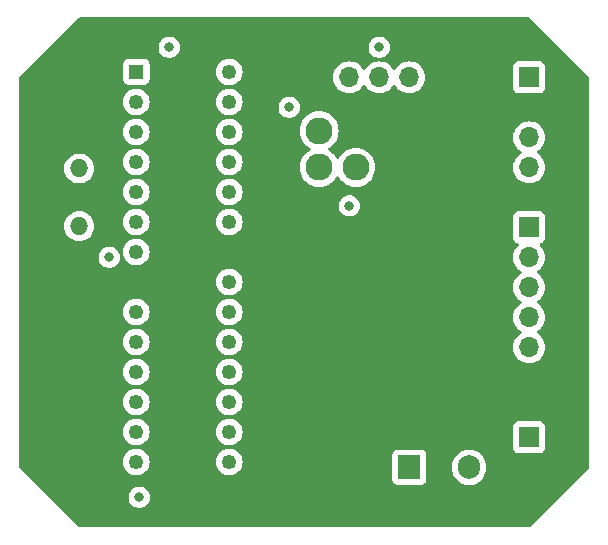
<source format=gbr>
%TF.GenerationSoftware,KiCad,Pcbnew,7.0.10*%
%TF.CreationDate,2024-04-21T18:35:40+05:30*%
%TF.ProjectId,ESDP_Final,45534450-5f46-4696-9e61-6c2e6b696361,rev?*%
%TF.SameCoordinates,Original*%
%TF.FileFunction,Copper,L2,Inr*%
%TF.FilePolarity,Positive*%
%FSLAX46Y46*%
G04 Gerber Fmt 4.6, Leading zero omitted, Abs format (unit mm)*
G04 Created by KiCad (PCBNEW 7.0.10) date 2024-04-21 18:35:40*
%MOMM*%
%LPD*%
G01*
G04 APERTURE LIST*
%TA.AperFunction,ComponentPad*%
%ADD10O,1.524000X1.524000*%
%TD*%
%TA.AperFunction,ComponentPad*%
%ADD11R,1.700000X1.700000*%
%TD*%
%TA.AperFunction,ComponentPad*%
%ADD12O,1.700000X1.700000*%
%TD*%
%TA.AperFunction,ComponentPad*%
%ADD13R,1.250000X1.250000*%
%TD*%
%TA.AperFunction,ComponentPad*%
%ADD14C,1.250000*%
%TD*%
%TA.AperFunction,ComponentPad*%
%ADD15R,1.905000X2.000000*%
%TD*%
%TA.AperFunction,ComponentPad*%
%ADD16O,1.905000X2.000000*%
%TD*%
%TA.AperFunction,ComponentPad*%
%ADD17C,2.286000*%
%TD*%
%TA.AperFunction,ViaPad*%
%ADD18C,0.800000*%
%TD*%
G04 APERTURE END LIST*
D10*
%TO.N,Net-(U3-PB6(PCINT6{slash}XTAL1{slash}TOSC1))*%
%TO.C,16MHZ_C1*%
X139700000Y-73760000D03*
%TO.N,Net-(U3-PB7(PCINT7{slash}XTAL2{slash}TOSC2))*%
X139700000Y-78640000D03*
%TD*%
D11*
%TO.N,/PWR*%
%TO.C,J1*%
X177800000Y-96520000D03*
D12*
%TO.N,/GND*%
X177800000Y-99060000D03*
%TD*%
D13*
%TO.N,Net-(U3-PC6(PCINT14{slash}~{RESET}))*%
%TO.C,U3*%
X144526000Y-65575000D03*
D14*
%TO.N,Net-(OLED1-SCK)*%
X144526000Y-68115000D03*
%TO.N,Net-(OLED1-SDA)*%
X144526000Y-70655000D03*
%TO.N,unconnected-(U3-PD2(PCINT18{slash}INT0)-Pad4)*%
X144526000Y-73195000D03*
%TO.N,unconnected-(U3-PD3(PCINT19{slash}OC2B{slash}INT1)-Pad5)*%
X144526000Y-75735000D03*
%TO.N,unconnected-(U3-PD4(PCINT20{slash}XCK{slash}T0)-Pad6)*%
X144526000Y-78275000D03*
%TO.N,/5V_PWR*%
X144526000Y-80815000D03*
%TO.N,/GND*%
X144526000Y-83355000D03*
%TO.N,Net-(U3-PB6(PCINT6{slash}XTAL1{slash}TOSC1))*%
X144526000Y-85895000D03*
%TO.N,Net-(U3-PB7(PCINT7{slash}XTAL2{slash}TOSC2))*%
X144526000Y-88435000D03*
%TO.N,unconnected-(U3-PD5(PCINT21{slash}OC0B{slash}T1)-Pad11)*%
X144526000Y-90975000D03*
%TO.N,unconnected-(U3-PD6(PCINT22{slash}OC0A{slash}AIN0)-Pad12)*%
X144526000Y-93515000D03*
%TO.N,unconnected-(U3-PD7(PCINT23{slash}AIN1)-Pad13)*%
X144526000Y-96055000D03*
%TO.N,unconnected-(U3-PB0(PCINT0{slash}CLKO{slash}ICP1)-Pad14)*%
X144526000Y-98595000D03*
%TO.N,Net-(U3-PB1(OC1A{slash}PCINT1))*%
X152400000Y-98595000D03*
%TO.N,unconnected-(U3-PB2(~{SS}{slash}OC1B{slash}PCINT2)-Pad16)*%
X152400000Y-96055000D03*
%TO.N,unconnected-(U3-PB3(MOSI{slash}OC2A{slash}PCINT3)-Pad17)*%
X152400000Y-93515000D03*
%TO.N,unconnected-(U3-PB4(MISO{slash}PCINT4)-Pad18)*%
X152400000Y-90975000D03*
%TO.N,unconnected-(U3-PB5(SCK{slash}PCINT5)-Pad19)*%
X152400000Y-88435000D03*
%TO.N,/5V_PWR*%
X152400000Y-85895000D03*
X152400000Y-83355000D03*
%TO.N,/GND*%
X152400000Y-80815000D03*
%TO.N,/Temp_Out*%
X152400000Y-78275000D03*
%TO.N,/Humidity_Out*%
X152400000Y-75735000D03*
%TO.N,/Co2_Out*%
X152400000Y-73195000D03*
%TO.N,/AirPoll_Out*%
X152400000Y-70655000D03*
%TO.N,Net-(TCOO500-SDA)*%
X152400000Y-68115000D03*
%TO.N,Net-(TCOO500-SCL)*%
X152400000Y-65575000D03*
%TD*%
D11*
%TO.N,/GND*%
%TO.C,OLED1*%
X160020000Y-66040000D03*
D12*
%TO.N,/5V_PWR*%
X162560000Y-66040000D03*
%TO.N,Net-(OLED1-SCK)*%
X165100000Y-66040000D03*
%TO.N,Net-(OLED1-SDA)*%
X167640000Y-66040000D03*
%TD*%
D15*
%TO.N,/PWR*%
%TO.C,L7805*%
X167640000Y-99060000D03*
D16*
%TO.N,/GND*%
X170180000Y-99060000D03*
%TO.N,/5V_PWR*%
X172720000Y-99060000D03*
%TD*%
D11*
%TO.N,unconnected-(TCOO500-32K-Pad1)*%
%TO.C,TCOO500*%
X177800000Y-78740000D03*
D12*
%TO.N,unconnected-(TCOO500-SQW-Pad2)*%
X177800000Y-81280000D03*
%TO.N,Net-(TCOO500-SCL)*%
X177800000Y-83820000D03*
%TO.N,Net-(TCOO500-SDA)*%
X177800000Y-86360000D03*
%TO.N,/5V_PWR*%
X177800000Y-88900000D03*
%TO.N,/GND*%
X177800000Y-91440000D03*
%TD*%
D11*
%TO.N,/5V_PWR*%
%TO.C,MQ135*%
X177800000Y-66040000D03*
D12*
%TO.N,/GND*%
X177800000Y-68580000D03*
%TO.N,unconnected-(MQ135-D0-Pad3)*%
X177800000Y-71120000D03*
%TO.N,/AirPoll_Out*%
X177800000Y-73660000D03*
%TD*%
D17*
%TO.N,/5V_PWR*%
%TO.C,MG812*%
X160020000Y-70560000D03*
%TO.N,/GND*%
X163120000Y-70560000D03*
%TO.N,/5V_PWR*%
X163120000Y-73660000D03*
%TO.N,/Co2_Out*%
X160020000Y-73660000D03*
%TD*%
D18*
%TO.N,Net-(U3-PB6(PCINT6{slash}XTAL1{slash}TOSC1))*%
X142240000Y-81280000D03*
%TO.N,/5V_PWR*%
X162560000Y-76925000D03*
X144780000Y-101600000D03*
%TO.N,Net-(OLED1-SDA)*%
X147320000Y-63500000D03*
X165100000Y-63500000D03*
%TO.N,/AirPoll_Out*%
X157480000Y-68580000D03*
%TO.N,/GND*%
X142240000Y-91440000D03*
X154940000Y-76200000D03*
X142240000Y-86360000D03*
%TD*%
%TA.AperFunction,Conductor*%
%TO.N,/GND*%
G36*
X177815469Y-60980185D02*
G01*
X177836111Y-60996819D01*
X182843181Y-66003888D01*
X182876666Y-66065211D01*
X182879500Y-66091569D01*
X182879500Y-99008430D01*
X182859815Y-99075469D01*
X182843181Y-99096111D01*
X177836111Y-104103181D01*
X177774788Y-104136666D01*
X177748430Y-104139500D01*
X139751569Y-104139500D01*
X139684530Y-104119815D01*
X139663888Y-104103181D01*
X137160707Y-101600000D01*
X143874540Y-101600000D01*
X143894326Y-101788256D01*
X143894327Y-101788259D01*
X143952818Y-101968277D01*
X143952821Y-101968284D01*
X144047467Y-102132216D01*
X144174129Y-102272888D01*
X144327265Y-102384148D01*
X144327270Y-102384151D01*
X144500192Y-102461142D01*
X144500197Y-102461144D01*
X144685354Y-102500500D01*
X144685355Y-102500500D01*
X144874644Y-102500500D01*
X144874646Y-102500500D01*
X145059803Y-102461144D01*
X145232730Y-102384151D01*
X145385871Y-102272888D01*
X145512533Y-102132216D01*
X145607179Y-101968284D01*
X145665674Y-101788256D01*
X145685460Y-101600000D01*
X145665674Y-101411744D01*
X145607179Y-101231716D01*
X145512533Y-101067784D01*
X145385871Y-100927112D01*
X145385870Y-100927111D01*
X145232734Y-100815851D01*
X145232729Y-100815848D01*
X145059807Y-100738857D01*
X145059802Y-100738855D01*
X144914001Y-100707865D01*
X144874646Y-100699500D01*
X144685354Y-100699500D01*
X144652897Y-100706398D01*
X144500197Y-100738855D01*
X144500192Y-100738857D01*
X144327270Y-100815848D01*
X144327265Y-100815851D01*
X144174129Y-100927111D01*
X144047466Y-101067785D01*
X143952821Y-101231715D01*
X143952818Y-101231722D01*
X143894327Y-101411740D01*
X143894326Y-101411744D01*
X143874540Y-101600000D01*
X137160707Y-101600000D01*
X135668578Y-100107870D01*
X166187000Y-100107870D01*
X166187001Y-100107876D01*
X166193408Y-100167483D01*
X166243702Y-100302328D01*
X166243706Y-100302335D01*
X166329952Y-100417544D01*
X166329955Y-100417547D01*
X166445164Y-100503793D01*
X166445171Y-100503797D01*
X166580017Y-100554091D01*
X166580016Y-100554091D01*
X166586944Y-100554835D01*
X166639627Y-100560500D01*
X168640372Y-100560499D01*
X168699983Y-100554091D01*
X168834831Y-100503796D01*
X168950046Y-100417546D01*
X169036296Y-100302331D01*
X169086591Y-100167483D01*
X169093000Y-100107873D01*
X169093000Y-99167610D01*
X171267000Y-99167610D01*
X171281904Y-99347472D01*
X171341017Y-99580905D01*
X171385436Y-99682171D01*
X171437745Y-99801422D01*
X171569449Y-100003010D01*
X171732537Y-100180171D01*
X171922561Y-100328072D01*
X172134336Y-100442679D01*
X172252598Y-100483278D01*
X172362083Y-100520865D01*
X172362085Y-100520865D01*
X172362087Y-100520866D01*
X172599601Y-100560500D01*
X172599602Y-100560500D01*
X172840398Y-100560500D01*
X172840399Y-100560500D01*
X173077913Y-100520866D01*
X173305664Y-100442679D01*
X173517439Y-100328072D01*
X173707463Y-100180171D01*
X173870551Y-100003010D01*
X174002255Y-99801422D01*
X174098983Y-99580905D01*
X174158095Y-99347476D01*
X174173000Y-99167600D01*
X174173000Y-98952400D01*
X174158095Y-98772524D01*
X174098983Y-98539095D01*
X174002255Y-98318578D01*
X173870551Y-98116990D01*
X173707463Y-97939829D01*
X173550505Y-97817664D01*
X173517441Y-97791929D01*
X173305665Y-97677321D01*
X173305656Y-97677318D01*
X173077916Y-97599134D01*
X172878800Y-97565908D01*
X172840399Y-97559500D01*
X172599601Y-97559500D01*
X172561200Y-97565908D01*
X172362083Y-97599134D01*
X172134343Y-97677318D01*
X172134334Y-97677321D01*
X171922558Y-97791929D01*
X171821611Y-97870500D01*
X171732537Y-97939829D01*
X171732534Y-97939831D01*
X171732534Y-97939832D01*
X171569449Y-98116990D01*
X171437743Y-98318581D01*
X171341017Y-98539094D01*
X171281904Y-98772527D01*
X171267000Y-98952389D01*
X171267000Y-99167610D01*
X169093000Y-99167610D01*
X169092999Y-98012128D01*
X169086591Y-97952517D01*
X169081858Y-97939828D01*
X169036297Y-97817671D01*
X169036293Y-97817664D01*
X168950047Y-97702455D01*
X168950044Y-97702452D01*
X168834835Y-97616206D01*
X168834828Y-97616202D01*
X168699982Y-97565908D01*
X168699983Y-97565908D01*
X168640383Y-97559501D01*
X168640381Y-97559500D01*
X168640373Y-97559500D01*
X168640364Y-97559500D01*
X166639629Y-97559500D01*
X166639623Y-97559501D01*
X166580016Y-97565908D01*
X166445171Y-97616202D01*
X166445164Y-97616206D01*
X166329955Y-97702452D01*
X166329952Y-97702455D01*
X166243706Y-97817664D01*
X166243702Y-97817671D01*
X166193408Y-97952517D01*
X166188308Y-97999961D01*
X166187001Y-98012123D01*
X166187000Y-98012135D01*
X166187000Y-100107870D01*
X135668578Y-100107870D01*
X134656819Y-99096111D01*
X134623334Y-99034788D01*
X134620500Y-99008430D01*
X134620500Y-98595000D01*
X143395678Y-98595000D01*
X143414923Y-98802691D01*
X143414923Y-98802693D01*
X143414924Y-98802696D01*
X143472006Y-99003319D01*
X143472007Y-99003322D01*
X143500420Y-99060383D01*
X143564981Y-99190038D01*
X143690682Y-99356493D01*
X143844829Y-99497016D01*
X144022172Y-99606823D01*
X144216673Y-99682173D01*
X144421707Y-99720500D01*
X144421710Y-99720500D01*
X144630290Y-99720500D01*
X144630293Y-99720500D01*
X144835327Y-99682173D01*
X145029828Y-99606823D01*
X145207171Y-99497016D01*
X145361318Y-99356493D01*
X145487019Y-99190038D01*
X145579994Y-99003319D01*
X145637076Y-98802696D01*
X145656322Y-98595000D01*
X151269678Y-98595000D01*
X151288923Y-98802691D01*
X151288923Y-98802693D01*
X151288924Y-98802696D01*
X151346006Y-99003319D01*
X151346007Y-99003322D01*
X151374420Y-99060383D01*
X151438981Y-99190038D01*
X151564682Y-99356493D01*
X151718829Y-99497016D01*
X151896172Y-99606823D01*
X152090673Y-99682173D01*
X152295707Y-99720500D01*
X152295710Y-99720500D01*
X152504290Y-99720500D01*
X152504293Y-99720500D01*
X152709327Y-99682173D01*
X152903828Y-99606823D01*
X153081171Y-99497016D01*
X153235318Y-99356493D01*
X153361019Y-99190038D01*
X153453994Y-99003319D01*
X153511076Y-98802696D01*
X153530322Y-98595000D01*
X153511076Y-98387304D01*
X153453994Y-98186681D01*
X153361019Y-97999962D01*
X153235318Y-97833507D01*
X153217944Y-97817669D01*
X153081172Y-97692985D01*
X153081171Y-97692984D01*
X152903828Y-97583177D01*
X152903827Y-97583176D01*
X152761609Y-97528081D01*
X152709327Y-97507827D01*
X152504293Y-97469500D01*
X152295707Y-97469500D01*
X152090673Y-97507827D01*
X152090670Y-97507827D01*
X152090670Y-97507828D01*
X151896172Y-97583176D01*
X151896171Y-97583177D01*
X151718827Y-97692985D01*
X151564683Y-97833505D01*
X151438981Y-97999961D01*
X151346007Y-98186677D01*
X151288923Y-98387308D01*
X151269678Y-98594999D01*
X151269678Y-98595000D01*
X145656322Y-98595000D01*
X145637076Y-98387304D01*
X145579994Y-98186681D01*
X145487019Y-97999962D01*
X145361318Y-97833507D01*
X145343944Y-97817669D01*
X145207172Y-97692985D01*
X145207171Y-97692984D01*
X145029828Y-97583177D01*
X145029827Y-97583176D01*
X144887609Y-97528081D01*
X144835327Y-97507827D01*
X144630293Y-97469500D01*
X144421707Y-97469500D01*
X144216673Y-97507827D01*
X144216670Y-97507827D01*
X144216670Y-97507828D01*
X144022172Y-97583176D01*
X144022171Y-97583177D01*
X143844827Y-97692985D01*
X143690683Y-97833505D01*
X143564981Y-97999961D01*
X143472007Y-98186677D01*
X143414923Y-98387308D01*
X143395678Y-98594999D01*
X143395678Y-98595000D01*
X134620500Y-98595000D01*
X134620500Y-97417870D01*
X176449500Y-97417870D01*
X176449501Y-97417876D01*
X176455908Y-97477483D01*
X176506202Y-97612328D01*
X176506206Y-97612335D01*
X176592452Y-97727544D01*
X176592455Y-97727547D01*
X176707664Y-97813793D01*
X176707671Y-97813797D01*
X176842517Y-97864091D01*
X176842516Y-97864091D01*
X176849444Y-97864835D01*
X176902127Y-97870500D01*
X178697872Y-97870499D01*
X178757483Y-97864091D01*
X178892331Y-97813796D01*
X179007546Y-97727546D01*
X179093796Y-97612331D01*
X179144091Y-97477483D01*
X179150500Y-97417873D01*
X179150499Y-95622128D01*
X179144091Y-95562517D01*
X179105840Y-95459962D01*
X179093797Y-95427671D01*
X179093793Y-95427664D01*
X179007547Y-95312455D01*
X179007544Y-95312452D01*
X178892335Y-95226206D01*
X178892328Y-95226202D01*
X178757482Y-95175908D01*
X178757483Y-95175908D01*
X178697883Y-95169501D01*
X178697881Y-95169500D01*
X178697873Y-95169500D01*
X178697864Y-95169500D01*
X176902129Y-95169500D01*
X176902123Y-95169501D01*
X176842516Y-95175908D01*
X176707671Y-95226202D01*
X176707664Y-95226206D01*
X176592455Y-95312452D01*
X176592452Y-95312455D01*
X176506206Y-95427664D01*
X176506202Y-95427671D01*
X176455908Y-95562517D01*
X176449501Y-95622116D01*
X176449501Y-95622123D01*
X176449500Y-95622135D01*
X176449500Y-97417870D01*
X134620500Y-97417870D01*
X134620500Y-96055000D01*
X143395678Y-96055000D01*
X143414923Y-96262691D01*
X143414923Y-96262693D01*
X143414924Y-96262696D01*
X143472006Y-96463319D01*
X143564981Y-96650038D01*
X143690682Y-96816493D01*
X143844829Y-96957016D01*
X144022172Y-97066823D01*
X144216673Y-97142173D01*
X144421707Y-97180500D01*
X144421710Y-97180500D01*
X144630290Y-97180500D01*
X144630293Y-97180500D01*
X144835327Y-97142173D01*
X145029828Y-97066823D01*
X145207171Y-96957016D01*
X145361318Y-96816493D01*
X145487019Y-96650038D01*
X145579994Y-96463319D01*
X145637076Y-96262696D01*
X145656322Y-96055000D01*
X151269678Y-96055000D01*
X151288923Y-96262691D01*
X151288923Y-96262693D01*
X151288924Y-96262696D01*
X151346006Y-96463319D01*
X151438981Y-96650038D01*
X151564682Y-96816493D01*
X151718829Y-96957016D01*
X151896172Y-97066823D01*
X152090673Y-97142173D01*
X152295707Y-97180500D01*
X152295710Y-97180500D01*
X152504290Y-97180500D01*
X152504293Y-97180500D01*
X152709327Y-97142173D01*
X152903828Y-97066823D01*
X153081171Y-96957016D01*
X153235318Y-96816493D01*
X153361019Y-96650038D01*
X153453994Y-96463319D01*
X153511076Y-96262696D01*
X153530322Y-96055000D01*
X153511076Y-95847304D01*
X153453994Y-95646681D01*
X153361019Y-95459962D01*
X153235318Y-95293507D01*
X153081171Y-95152984D01*
X152903828Y-95043177D01*
X152903827Y-95043176D01*
X152761609Y-94988081D01*
X152709327Y-94967827D01*
X152504293Y-94929500D01*
X152295707Y-94929500D01*
X152090673Y-94967827D01*
X152090670Y-94967827D01*
X152090670Y-94967828D01*
X151896172Y-95043176D01*
X151896171Y-95043177D01*
X151718827Y-95152985D01*
X151564683Y-95293505D01*
X151438981Y-95459961D01*
X151346007Y-95646677D01*
X151288923Y-95847308D01*
X151269678Y-96054999D01*
X151269678Y-96055000D01*
X145656322Y-96055000D01*
X145637076Y-95847304D01*
X145579994Y-95646681D01*
X145487019Y-95459962D01*
X145361318Y-95293507D01*
X145207171Y-95152984D01*
X145029828Y-95043177D01*
X145029827Y-95043176D01*
X144887609Y-94988081D01*
X144835327Y-94967827D01*
X144630293Y-94929500D01*
X144421707Y-94929500D01*
X144216673Y-94967827D01*
X144216670Y-94967827D01*
X144216670Y-94967828D01*
X144022172Y-95043176D01*
X144022171Y-95043177D01*
X143844827Y-95152985D01*
X143690683Y-95293505D01*
X143564981Y-95459961D01*
X143472007Y-95646677D01*
X143414923Y-95847308D01*
X143395678Y-96054999D01*
X143395678Y-96055000D01*
X134620500Y-96055000D01*
X134620500Y-93515000D01*
X143395678Y-93515000D01*
X143414923Y-93722691D01*
X143414923Y-93722693D01*
X143414924Y-93722696D01*
X143472006Y-93923319D01*
X143564981Y-94110038D01*
X143690682Y-94276493D01*
X143844829Y-94417016D01*
X144022172Y-94526823D01*
X144216673Y-94602173D01*
X144421707Y-94640500D01*
X144421710Y-94640500D01*
X144630290Y-94640500D01*
X144630293Y-94640500D01*
X144835327Y-94602173D01*
X145029828Y-94526823D01*
X145207171Y-94417016D01*
X145361318Y-94276493D01*
X145487019Y-94110038D01*
X145579994Y-93923319D01*
X145637076Y-93722696D01*
X145656322Y-93515000D01*
X151269678Y-93515000D01*
X151288923Y-93722691D01*
X151288923Y-93722693D01*
X151288924Y-93722696D01*
X151346006Y-93923319D01*
X151438981Y-94110038D01*
X151564682Y-94276493D01*
X151718829Y-94417016D01*
X151896172Y-94526823D01*
X152090673Y-94602173D01*
X152295707Y-94640500D01*
X152295710Y-94640500D01*
X152504290Y-94640500D01*
X152504293Y-94640500D01*
X152709327Y-94602173D01*
X152903828Y-94526823D01*
X153081171Y-94417016D01*
X153235318Y-94276493D01*
X153361019Y-94110038D01*
X153453994Y-93923319D01*
X153511076Y-93722696D01*
X153530322Y-93515000D01*
X153511076Y-93307304D01*
X153453994Y-93106681D01*
X153361019Y-92919962D01*
X153235318Y-92753507D01*
X153081171Y-92612984D01*
X152903828Y-92503177D01*
X152903827Y-92503176D01*
X152761609Y-92448081D01*
X152709327Y-92427827D01*
X152504293Y-92389500D01*
X152295707Y-92389500D01*
X152090673Y-92427827D01*
X152090670Y-92427827D01*
X152090670Y-92427828D01*
X151896172Y-92503176D01*
X151896171Y-92503177D01*
X151718827Y-92612985D01*
X151564683Y-92753505D01*
X151438981Y-92919961D01*
X151346007Y-93106677D01*
X151288923Y-93307308D01*
X151269678Y-93514999D01*
X151269678Y-93515000D01*
X145656322Y-93515000D01*
X145637076Y-93307304D01*
X145579994Y-93106681D01*
X145487019Y-92919962D01*
X145361318Y-92753507D01*
X145207171Y-92612984D01*
X145029828Y-92503177D01*
X145029827Y-92503176D01*
X144887609Y-92448081D01*
X144835327Y-92427827D01*
X144630293Y-92389500D01*
X144421707Y-92389500D01*
X144216673Y-92427827D01*
X144216670Y-92427827D01*
X144216670Y-92427828D01*
X144022172Y-92503176D01*
X144022171Y-92503177D01*
X143844827Y-92612985D01*
X143690683Y-92753505D01*
X143564981Y-92919961D01*
X143472007Y-93106677D01*
X143414923Y-93307308D01*
X143395678Y-93514999D01*
X143395678Y-93515000D01*
X134620500Y-93515000D01*
X134620500Y-90975000D01*
X143395678Y-90975000D01*
X143414923Y-91182691D01*
X143414923Y-91182693D01*
X143414924Y-91182696D01*
X143472006Y-91383319D01*
X143564981Y-91570038D01*
X143690682Y-91736493D01*
X143844829Y-91877016D01*
X144022172Y-91986823D01*
X144216673Y-92062173D01*
X144421707Y-92100500D01*
X144421710Y-92100500D01*
X144630290Y-92100500D01*
X144630293Y-92100500D01*
X144835327Y-92062173D01*
X145029828Y-91986823D01*
X145207171Y-91877016D01*
X145361318Y-91736493D01*
X145487019Y-91570038D01*
X145579994Y-91383319D01*
X145637076Y-91182696D01*
X145656322Y-90975000D01*
X151269678Y-90975000D01*
X151288923Y-91182691D01*
X151288923Y-91182693D01*
X151288924Y-91182696D01*
X151346006Y-91383319D01*
X151438981Y-91570038D01*
X151564682Y-91736493D01*
X151718829Y-91877016D01*
X151896172Y-91986823D01*
X152090673Y-92062173D01*
X152295707Y-92100500D01*
X152295710Y-92100500D01*
X152504290Y-92100500D01*
X152504293Y-92100500D01*
X152709327Y-92062173D01*
X152903828Y-91986823D01*
X153081171Y-91877016D01*
X153235318Y-91736493D01*
X153361019Y-91570038D01*
X153453994Y-91383319D01*
X153511076Y-91182696D01*
X153530322Y-90975000D01*
X153511076Y-90767304D01*
X153453994Y-90566681D01*
X153361019Y-90379962D01*
X153235318Y-90213507D01*
X153081171Y-90072984D01*
X152903828Y-89963177D01*
X152903827Y-89963176D01*
X152761609Y-89908081D01*
X152709327Y-89887827D01*
X152504293Y-89849500D01*
X152295707Y-89849500D01*
X152090673Y-89887827D01*
X152090670Y-89887827D01*
X152090670Y-89887828D01*
X151896172Y-89963176D01*
X151896171Y-89963177D01*
X151718827Y-90072985D01*
X151564683Y-90213505D01*
X151438981Y-90379961D01*
X151346007Y-90566677D01*
X151288923Y-90767308D01*
X151269678Y-90974999D01*
X151269678Y-90975000D01*
X145656322Y-90975000D01*
X145637076Y-90767304D01*
X145579994Y-90566681D01*
X145487019Y-90379962D01*
X145361318Y-90213507D01*
X145207171Y-90072984D01*
X145029828Y-89963177D01*
X145029827Y-89963176D01*
X144887609Y-89908081D01*
X144835327Y-89887827D01*
X144630293Y-89849500D01*
X144421707Y-89849500D01*
X144216673Y-89887827D01*
X144216670Y-89887827D01*
X144216670Y-89887828D01*
X144022172Y-89963176D01*
X144022171Y-89963177D01*
X143844827Y-90072985D01*
X143690683Y-90213505D01*
X143564981Y-90379961D01*
X143472007Y-90566677D01*
X143414923Y-90767308D01*
X143395678Y-90974999D01*
X143395678Y-90975000D01*
X134620500Y-90975000D01*
X134620500Y-88435000D01*
X143395678Y-88435000D01*
X143414923Y-88642691D01*
X143414923Y-88642693D01*
X143414924Y-88642696D01*
X143421154Y-88664592D01*
X143472007Y-88843322D01*
X143564981Y-89030038D01*
X143690682Y-89196493D01*
X143844829Y-89337016D01*
X144022172Y-89446823D01*
X144216673Y-89522173D01*
X144421707Y-89560500D01*
X144421710Y-89560500D01*
X144630290Y-89560500D01*
X144630293Y-89560500D01*
X144835327Y-89522173D01*
X145029828Y-89446823D01*
X145207171Y-89337016D01*
X145361318Y-89196493D01*
X145487019Y-89030038D01*
X145579994Y-88843319D01*
X145637076Y-88642696D01*
X145656322Y-88435000D01*
X151269678Y-88435000D01*
X151288923Y-88642691D01*
X151288923Y-88642693D01*
X151288924Y-88642696D01*
X151295154Y-88664592D01*
X151346007Y-88843322D01*
X151438981Y-89030038D01*
X151564682Y-89196493D01*
X151718829Y-89337016D01*
X151896172Y-89446823D01*
X152090673Y-89522173D01*
X152295707Y-89560500D01*
X152295710Y-89560500D01*
X152504290Y-89560500D01*
X152504293Y-89560500D01*
X152709327Y-89522173D01*
X152903828Y-89446823D01*
X153081171Y-89337016D01*
X153235318Y-89196493D01*
X153361019Y-89030038D01*
X153425770Y-88900000D01*
X176444341Y-88900000D01*
X176464936Y-89135403D01*
X176464938Y-89135413D01*
X176526094Y-89363655D01*
X176526096Y-89363659D01*
X176526097Y-89363663D01*
X176600011Y-89522171D01*
X176625965Y-89577830D01*
X176625967Y-89577834D01*
X176734281Y-89732521D01*
X176761505Y-89771401D01*
X176928599Y-89938495D01*
X176963849Y-89963177D01*
X177122165Y-90074032D01*
X177122167Y-90074033D01*
X177122170Y-90074035D01*
X177336337Y-90173903D01*
X177564592Y-90235063D01*
X177752918Y-90251539D01*
X177799999Y-90255659D01*
X177800000Y-90255659D01*
X177800001Y-90255659D01*
X177839234Y-90252226D01*
X178035408Y-90235063D01*
X178263663Y-90173903D01*
X178477830Y-90074035D01*
X178671401Y-89938495D01*
X178838495Y-89771401D01*
X178974035Y-89577830D01*
X179073903Y-89363663D01*
X179135063Y-89135408D01*
X179155659Y-88900000D01*
X179135063Y-88664592D01*
X179073903Y-88436337D01*
X178974035Y-88222171D01*
X178838495Y-88028599D01*
X178838494Y-88028597D01*
X178671402Y-87861506D01*
X178671396Y-87861501D01*
X178485842Y-87731575D01*
X178442217Y-87676998D01*
X178435023Y-87607500D01*
X178466546Y-87545145D01*
X178485842Y-87528425D01*
X178636151Y-87423177D01*
X178671401Y-87398495D01*
X178838495Y-87231401D01*
X178974035Y-87037830D01*
X179073903Y-86823663D01*
X179135063Y-86595408D01*
X179155659Y-86360000D01*
X179135063Y-86124592D01*
X179073903Y-85896337D01*
X178974035Y-85682171D01*
X178838495Y-85488599D01*
X178838494Y-85488597D01*
X178671402Y-85321506D01*
X178671396Y-85321501D01*
X178485842Y-85191575D01*
X178442217Y-85136998D01*
X178435023Y-85067500D01*
X178466546Y-85005145D01*
X178485842Y-84988425D01*
X178636151Y-84883177D01*
X178671401Y-84858495D01*
X178838495Y-84691401D01*
X178974035Y-84497830D01*
X179073903Y-84283663D01*
X179135063Y-84055408D01*
X179155659Y-83820000D01*
X179135063Y-83584592D01*
X179073903Y-83356337D01*
X178974035Y-83142171D01*
X178838495Y-82948599D01*
X178838494Y-82948597D01*
X178671402Y-82781506D01*
X178671396Y-82781501D01*
X178485842Y-82651575D01*
X178442217Y-82596998D01*
X178435023Y-82527500D01*
X178466546Y-82465145D01*
X178485842Y-82448425D01*
X178636151Y-82343177D01*
X178671401Y-82318495D01*
X178838495Y-82151401D01*
X178974035Y-81957830D01*
X179073903Y-81743663D01*
X179135063Y-81515408D01*
X179155659Y-81280000D01*
X179135063Y-81044592D01*
X179073903Y-80816337D01*
X178974035Y-80602171D01*
X178899589Y-80495851D01*
X178838496Y-80408600D01*
X178809396Y-80379500D01*
X178716567Y-80286671D01*
X178683084Y-80225351D01*
X178688068Y-80155659D01*
X178729939Y-80099725D01*
X178760915Y-80082810D01*
X178892331Y-80033796D01*
X179007546Y-79947546D01*
X179093796Y-79832331D01*
X179144091Y-79697483D01*
X179150500Y-79637873D01*
X179150499Y-77842128D01*
X179144091Y-77782517D01*
X179116727Y-77709151D01*
X179093797Y-77647671D01*
X179093793Y-77647664D01*
X179007547Y-77532455D01*
X179007544Y-77532452D01*
X178892335Y-77446206D01*
X178892328Y-77446202D01*
X178757482Y-77395908D01*
X178757483Y-77395908D01*
X178697883Y-77389501D01*
X178697881Y-77389500D01*
X178697873Y-77389500D01*
X178697864Y-77389500D01*
X176902129Y-77389500D01*
X176902123Y-77389501D01*
X176842516Y-77395908D01*
X176707671Y-77446202D01*
X176707664Y-77446206D01*
X176592455Y-77532452D01*
X176592452Y-77532455D01*
X176506206Y-77647664D01*
X176506202Y-77647671D01*
X176455908Y-77782517D01*
X176449501Y-77842116D01*
X176449501Y-77842123D01*
X176449500Y-77842135D01*
X176449500Y-79637870D01*
X176449501Y-79637876D01*
X176455908Y-79697483D01*
X176506202Y-79832328D01*
X176506206Y-79832335D01*
X176592452Y-79947544D01*
X176592455Y-79947547D01*
X176707664Y-80033793D01*
X176707671Y-80033797D01*
X176839081Y-80082810D01*
X176895015Y-80124681D01*
X176919432Y-80190145D01*
X176904580Y-80258418D01*
X176883430Y-80286673D01*
X176761503Y-80408600D01*
X176625965Y-80602169D01*
X176625964Y-80602171D01*
X176532401Y-80802816D01*
X176526721Y-80815000D01*
X176526098Y-80816335D01*
X176526094Y-80816344D01*
X176464938Y-81044586D01*
X176464936Y-81044596D01*
X176444341Y-81279999D01*
X176444341Y-81280000D01*
X176464936Y-81515403D01*
X176464938Y-81515413D01*
X176526094Y-81743655D01*
X176526096Y-81743659D01*
X176526097Y-81743663D01*
X176600011Y-81902171D01*
X176625965Y-81957830D01*
X176625967Y-81957834D01*
X176761501Y-82151395D01*
X176761506Y-82151402D01*
X176928597Y-82318493D01*
X176928603Y-82318498D01*
X177114158Y-82448425D01*
X177157783Y-82503002D01*
X177164977Y-82572500D01*
X177133454Y-82634855D01*
X177114158Y-82651575D01*
X176928597Y-82781505D01*
X176761505Y-82948597D01*
X176625965Y-83142169D01*
X176625964Y-83142171D01*
X176532401Y-83342816D01*
X176526721Y-83355000D01*
X176526098Y-83356335D01*
X176526094Y-83356344D01*
X176464938Y-83584586D01*
X176464936Y-83584596D01*
X176444341Y-83819999D01*
X176444341Y-83820000D01*
X176464936Y-84055403D01*
X176464938Y-84055413D01*
X176526094Y-84283655D01*
X176526096Y-84283659D01*
X176526097Y-84283663D01*
X176600011Y-84442171D01*
X176625965Y-84497830D01*
X176625967Y-84497834D01*
X176761501Y-84691395D01*
X176761506Y-84691402D01*
X176928597Y-84858493D01*
X176928603Y-84858498D01*
X177114158Y-84988425D01*
X177157783Y-85043002D01*
X177164977Y-85112500D01*
X177133454Y-85174855D01*
X177114158Y-85191575D01*
X176928597Y-85321505D01*
X176761505Y-85488597D01*
X176625965Y-85682169D01*
X176625964Y-85682171D01*
X176532401Y-85882816D01*
X176526721Y-85895000D01*
X176526098Y-85896335D01*
X176526094Y-85896344D01*
X176464938Y-86124586D01*
X176464936Y-86124596D01*
X176444341Y-86359999D01*
X176444341Y-86360000D01*
X176464936Y-86595403D01*
X176464938Y-86595413D01*
X176526094Y-86823655D01*
X176526096Y-86823659D01*
X176526097Y-86823663D01*
X176600011Y-86982171D01*
X176625965Y-87037830D01*
X176625967Y-87037834D01*
X176761501Y-87231395D01*
X176761506Y-87231402D01*
X176928597Y-87398493D01*
X176928603Y-87398498D01*
X177114158Y-87528425D01*
X177157783Y-87583002D01*
X177164977Y-87652500D01*
X177133454Y-87714855D01*
X177114158Y-87731575D01*
X176928597Y-87861505D01*
X176761505Y-88028597D01*
X176625965Y-88222169D01*
X176625964Y-88222171D01*
X176532401Y-88422816D01*
X176526721Y-88435000D01*
X176526098Y-88436335D01*
X176526094Y-88436344D01*
X176464938Y-88664586D01*
X176464936Y-88664596D01*
X176444341Y-88899999D01*
X176444341Y-88900000D01*
X153425770Y-88900000D01*
X153453994Y-88843319D01*
X153511076Y-88642696D01*
X153530322Y-88435000D01*
X153511076Y-88227304D01*
X153453994Y-88026681D01*
X153361019Y-87839962D01*
X153235318Y-87673507D01*
X153162911Y-87607500D01*
X153081172Y-87532985D01*
X153081171Y-87532984D01*
X152903828Y-87423177D01*
X152903827Y-87423176D01*
X152761609Y-87368081D01*
X152709327Y-87347827D01*
X152504293Y-87309500D01*
X152295707Y-87309500D01*
X152090673Y-87347827D01*
X152090670Y-87347827D01*
X152090670Y-87347828D01*
X151896172Y-87423176D01*
X151896171Y-87423177D01*
X151718827Y-87532985D01*
X151564683Y-87673505D01*
X151438981Y-87839961D01*
X151346007Y-88026677D01*
X151346006Y-88026681D01*
X151290385Y-88222171D01*
X151288923Y-88227308D01*
X151269678Y-88434999D01*
X151269678Y-88435000D01*
X145656322Y-88435000D01*
X145637076Y-88227304D01*
X145579994Y-88026681D01*
X145487019Y-87839962D01*
X145361318Y-87673507D01*
X145288911Y-87607500D01*
X145207172Y-87532985D01*
X145207171Y-87532984D01*
X145029828Y-87423177D01*
X145029827Y-87423176D01*
X144887609Y-87368081D01*
X144835327Y-87347827D01*
X144630293Y-87309500D01*
X144421707Y-87309500D01*
X144216673Y-87347827D01*
X144216670Y-87347827D01*
X144216670Y-87347828D01*
X144022172Y-87423176D01*
X144022171Y-87423177D01*
X143844827Y-87532985D01*
X143690683Y-87673505D01*
X143564981Y-87839961D01*
X143472007Y-88026677D01*
X143472006Y-88026681D01*
X143416385Y-88222171D01*
X143414923Y-88227308D01*
X143395678Y-88434999D01*
X143395678Y-88435000D01*
X134620500Y-88435000D01*
X134620500Y-85895000D01*
X143395678Y-85895000D01*
X143414923Y-86102691D01*
X143414923Y-86102693D01*
X143414924Y-86102696D01*
X143421154Y-86124592D01*
X143472007Y-86303322D01*
X143564981Y-86490038D01*
X143690682Y-86656493D01*
X143844829Y-86797016D01*
X144022172Y-86906823D01*
X144216673Y-86982173D01*
X144421707Y-87020500D01*
X144421710Y-87020500D01*
X144630290Y-87020500D01*
X144630293Y-87020500D01*
X144835327Y-86982173D01*
X145029828Y-86906823D01*
X145207171Y-86797016D01*
X145361318Y-86656493D01*
X145487019Y-86490038D01*
X145579994Y-86303319D01*
X145637076Y-86102696D01*
X145656322Y-85895000D01*
X151269678Y-85895000D01*
X151288923Y-86102691D01*
X151288923Y-86102693D01*
X151288924Y-86102696D01*
X151295154Y-86124592D01*
X151346007Y-86303322D01*
X151438981Y-86490038D01*
X151564682Y-86656493D01*
X151718829Y-86797016D01*
X151896172Y-86906823D01*
X152090673Y-86982173D01*
X152295707Y-87020500D01*
X152295710Y-87020500D01*
X152504290Y-87020500D01*
X152504293Y-87020500D01*
X152709327Y-86982173D01*
X152903828Y-86906823D01*
X153081171Y-86797016D01*
X153235318Y-86656493D01*
X153361019Y-86490038D01*
X153453994Y-86303319D01*
X153511076Y-86102696D01*
X153530322Y-85895000D01*
X153511076Y-85687304D01*
X153453994Y-85486681D01*
X153361019Y-85299962D01*
X153235318Y-85133507D01*
X153162911Y-85067500D01*
X153081172Y-84992985D01*
X153081171Y-84992984D01*
X152903828Y-84883177D01*
X152903827Y-84883176D01*
X152761609Y-84828081D01*
X152709327Y-84807827D01*
X152504293Y-84769500D01*
X152295707Y-84769500D01*
X152090673Y-84807827D01*
X152090670Y-84807827D01*
X152090670Y-84807828D01*
X151896172Y-84883176D01*
X151896171Y-84883177D01*
X151718827Y-84992985D01*
X151564683Y-85133505D01*
X151438981Y-85299961D01*
X151346007Y-85486677D01*
X151346006Y-85486681D01*
X151290385Y-85682171D01*
X151288923Y-85687308D01*
X151269678Y-85894999D01*
X151269678Y-85895000D01*
X145656322Y-85895000D01*
X145637076Y-85687304D01*
X145579994Y-85486681D01*
X145487019Y-85299962D01*
X145361318Y-85133507D01*
X145288911Y-85067500D01*
X145207172Y-84992985D01*
X145207171Y-84992984D01*
X145029828Y-84883177D01*
X145029827Y-84883176D01*
X144887609Y-84828081D01*
X144835327Y-84807827D01*
X144630293Y-84769500D01*
X144421707Y-84769500D01*
X144216673Y-84807827D01*
X144216670Y-84807827D01*
X144216670Y-84807828D01*
X144022172Y-84883176D01*
X144022171Y-84883177D01*
X143844827Y-84992985D01*
X143690683Y-85133505D01*
X143564981Y-85299961D01*
X143472007Y-85486677D01*
X143472006Y-85486681D01*
X143416385Y-85682171D01*
X143414923Y-85687308D01*
X143395678Y-85894999D01*
X143395678Y-85895000D01*
X134620500Y-85895000D01*
X134620500Y-83355000D01*
X151269678Y-83355000D01*
X151288923Y-83562691D01*
X151288923Y-83562693D01*
X151288924Y-83562696D01*
X151295154Y-83584592D01*
X151346007Y-83763322D01*
X151438981Y-83950038D01*
X151564682Y-84116493D01*
X151718829Y-84257016D01*
X151896172Y-84366823D01*
X152090673Y-84442173D01*
X152295707Y-84480500D01*
X152295710Y-84480500D01*
X152504290Y-84480500D01*
X152504293Y-84480500D01*
X152709327Y-84442173D01*
X152903828Y-84366823D01*
X153081171Y-84257016D01*
X153235318Y-84116493D01*
X153361019Y-83950038D01*
X153453994Y-83763319D01*
X153511076Y-83562696D01*
X153530322Y-83355000D01*
X153511076Y-83147304D01*
X153453994Y-82946681D01*
X153361019Y-82759962D01*
X153235318Y-82593507D01*
X153162911Y-82527500D01*
X153081172Y-82452985D01*
X153081171Y-82452984D01*
X152903828Y-82343177D01*
X152903827Y-82343176D01*
X152761609Y-82288081D01*
X152709327Y-82267827D01*
X152504293Y-82229500D01*
X152295707Y-82229500D01*
X152090673Y-82267827D01*
X152090670Y-82267827D01*
X152090670Y-82267828D01*
X151896172Y-82343176D01*
X151896171Y-82343177D01*
X151718827Y-82452985D01*
X151564683Y-82593505D01*
X151438981Y-82759961D01*
X151346007Y-82946677D01*
X151346006Y-82946681D01*
X151290385Y-83142171D01*
X151288923Y-83147308D01*
X151269678Y-83354999D01*
X151269678Y-83355000D01*
X134620500Y-83355000D01*
X134620500Y-81280000D01*
X141334540Y-81280000D01*
X141354326Y-81468256D01*
X141354327Y-81468259D01*
X141412818Y-81648277D01*
X141412821Y-81648284D01*
X141507467Y-81812216D01*
X141588463Y-81902171D01*
X141634129Y-81952888D01*
X141787265Y-82064148D01*
X141787270Y-82064151D01*
X141960192Y-82141142D01*
X141960197Y-82141144D01*
X142145354Y-82180500D01*
X142145355Y-82180500D01*
X142334644Y-82180500D01*
X142334646Y-82180500D01*
X142519803Y-82141144D01*
X142692730Y-82064151D01*
X142845871Y-81952888D01*
X142972533Y-81812216D01*
X143067179Y-81648284D01*
X143125674Y-81468256D01*
X143145460Y-81280000D01*
X143125674Y-81091744D01*
X143067179Y-80911716D01*
X143011340Y-80815000D01*
X143395678Y-80815000D01*
X143414923Y-81022691D01*
X143414923Y-81022693D01*
X143414924Y-81022696D01*
X143421154Y-81044592D01*
X143472007Y-81223322D01*
X143564981Y-81410038D01*
X143690682Y-81576493D01*
X143844829Y-81717016D01*
X144022172Y-81826823D01*
X144216673Y-81902173D01*
X144421707Y-81940500D01*
X144421710Y-81940500D01*
X144630290Y-81940500D01*
X144630293Y-81940500D01*
X144835327Y-81902173D01*
X145029828Y-81826823D01*
X145207171Y-81717016D01*
X145361318Y-81576493D01*
X145487019Y-81410038D01*
X145579994Y-81223319D01*
X145637076Y-81022696D01*
X145656322Y-80815000D01*
X145637076Y-80607304D01*
X145579994Y-80406681D01*
X145487019Y-80219962D01*
X145361318Y-80053507D01*
X145207171Y-79912984D01*
X145029828Y-79803177D01*
X145029827Y-79803176D01*
X144887609Y-79748081D01*
X144835327Y-79727827D01*
X144630293Y-79689500D01*
X144421707Y-79689500D01*
X144216673Y-79727827D01*
X144216670Y-79727827D01*
X144216670Y-79727828D01*
X144022172Y-79803176D01*
X144022171Y-79803177D01*
X143844827Y-79912985D01*
X143690683Y-80053505D01*
X143564981Y-80219961D01*
X143472007Y-80406677D01*
X143472006Y-80406681D01*
X143416385Y-80602171D01*
X143414923Y-80607308D01*
X143395678Y-80814999D01*
X143395678Y-80815000D01*
X143011340Y-80815000D01*
X142972533Y-80747784D01*
X142845871Y-80607112D01*
X142845870Y-80607111D01*
X142692734Y-80495851D01*
X142692729Y-80495848D01*
X142519807Y-80418857D01*
X142519802Y-80418855D01*
X142374001Y-80387865D01*
X142334646Y-80379500D01*
X142145354Y-80379500D01*
X142112897Y-80386398D01*
X141960197Y-80418855D01*
X141960192Y-80418857D01*
X141787270Y-80495848D01*
X141787265Y-80495851D01*
X141634129Y-80607111D01*
X141507466Y-80747785D01*
X141412821Y-80911715D01*
X141412818Y-80911722D01*
X141369645Y-81044596D01*
X141354326Y-81091744D01*
X141334540Y-81280000D01*
X134620500Y-81280000D01*
X134620500Y-78640002D01*
X138432677Y-78640002D01*
X138451929Y-78860062D01*
X138451930Y-78860070D01*
X138509104Y-79073445D01*
X138509105Y-79073447D01*
X138509106Y-79073450D01*
X138602466Y-79273662D01*
X138602468Y-79273666D01*
X138729170Y-79454615D01*
X138729175Y-79454621D01*
X138885378Y-79610824D01*
X138885384Y-79610829D01*
X139066333Y-79737531D01*
X139066335Y-79737532D01*
X139066338Y-79737534D01*
X139266550Y-79830894D01*
X139479932Y-79888070D01*
X139637123Y-79901822D01*
X139699998Y-79907323D01*
X139700000Y-79907323D01*
X139700002Y-79907323D01*
X139755017Y-79902509D01*
X139920068Y-79888070D01*
X140133450Y-79830894D01*
X140333662Y-79737534D01*
X140514620Y-79610826D01*
X140670826Y-79454620D01*
X140797534Y-79273662D01*
X140890894Y-79073450D01*
X140948070Y-78860068D01*
X140967323Y-78640000D01*
X140948070Y-78419932D01*
X140909235Y-78275000D01*
X143395678Y-78275000D01*
X143414923Y-78482691D01*
X143414923Y-78482693D01*
X143414924Y-78482696D01*
X143472006Y-78683319D01*
X143564981Y-78870038D01*
X143690682Y-79036493D01*
X143844829Y-79177016D01*
X144022172Y-79286823D01*
X144216673Y-79362173D01*
X144421707Y-79400500D01*
X144421710Y-79400500D01*
X144630290Y-79400500D01*
X144630293Y-79400500D01*
X144835327Y-79362173D01*
X145029828Y-79286823D01*
X145207171Y-79177016D01*
X145361318Y-79036493D01*
X145487019Y-78870038D01*
X145579994Y-78683319D01*
X145637076Y-78482696D01*
X145656322Y-78275000D01*
X151269678Y-78275000D01*
X151288923Y-78482691D01*
X151288923Y-78482693D01*
X151288924Y-78482696D01*
X151346006Y-78683319D01*
X151438981Y-78870038D01*
X151564682Y-79036493D01*
X151718829Y-79177016D01*
X151896172Y-79286823D01*
X152090673Y-79362173D01*
X152295707Y-79400500D01*
X152295710Y-79400500D01*
X152504290Y-79400500D01*
X152504293Y-79400500D01*
X152709327Y-79362173D01*
X152903828Y-79286823D01*
X153081171Y-79177016D01*
X153235318Y-79036493D01*
X153361019Y-78870038D01*
X153453994Y-78683319D01*
X153511076Y-78482696D01*
X153530322Y-78275000D01*
X153511076Y-78067304D01*
X153453994Y-77866681D01*
X153361019Y-77679962D01*
X153235318Y-77513507D01*
X153173569Y-77457216D01*
X153106319Y-77395909D01*
X153081171Y-77372984D01*
X152903828Y-77263177D01*
X152903827Y-77263176D01*
X152761609Y-77208081D01*
X152709327Y-77187827D01*
X152504293Y-77149500D01*
X152295707Y-77149500D01*
X152090673Y-77187827D01*
X152090670Y-77187827D01*
X152090670Y-77187828D01*
X151896172Y-77263176D01*
X151896171Y-77263177D01*
X151718827Y-77372985D01*
X151564683Y-77513505D01*
X151438981Y-77679961D01*
X151346007Y-77866677D01*
X151288923Y-78067308D01*
X151269678Y-78274999D01*
X151269678Y-78275000D01*
X145656322Y-78275000D01*
X145637076Y-78067304D01*
X145579994Y-77866681D01*
X145487019Y-77679962D01*
X145361318Y-77513507D01*
X145299569Y-77457216D01*
X145232319Y-77395909D01*
X145207171Y-77372984D01*
X145029828Y-77263177D01*
X145029827Y-77263176D01*
X144887609Y-77208081D01*
X144835327Y-77187827D01*
X144630293Y-77149500D01*
X144421707Y-77149500D01*
X144216673Y-77187827D01*
X144216670Y-77187827D01*
X144216670Y-77187828D01*
X144022172Y-77263176D01*
X144022171Y-77263177D01*
X143844827Y-77372985D01*
X143690683Y-77513505D01*
X143564981Y-77679961D01*
X143472007Y-77866677D01*
X143414923Y-78067308D01*
X143395678Y-78274999D01*
X143395678Y-78275000D01*
X140909235Y-78275000D01*
X140890894Y-78206550D01*
X140797534Y-78006339D01*
X140682553Y-77842128D01*
X140670827Y-77825381D01*
X140627962Y-77782516D01*
X140514620Y-77669174D01*
X140514616Y-77669171D01*
X140514615Y-77669170D01*
X140333666Y-77542468D01*
X140333662Y-77542466D01*
X140271559Y-77513507D01*
X140133450Y-77449106D01*
X140133447Y-77449105D01*
X140133445Y-77449104D01*
X139920070Y-77391930D01*
X139920062Y-77391929D01*
X139700002Y-77372677D01*
X139699998Y-77372677D01*
X139479937Y-77391929D01*
X139479929Y-77391930D01*
X139266554Y-77449104D01*
X139266548Y-77449107D01*
X139066340Y-77542465D01*
X139066338Y-77542466D01*
X138885377Y-77669175D01*
X138729175Y-77825377D01*
X138602466Y-78006338D01*
X138602465Y-78006340D01*
X138509107Y-78206548D01*
X138509104Y-78206554D01*
X138451930Y-78419929D01*
X138451929Y-78419937D01*
X138432677Y-78639997D01*
X138432677Y-78640002D01*
X134620500Y-78640002D01*
X134620500Y-76925000D01*
X161654540Y-76925000D01*
X161674326Y-77113256D01*
X161674327Y-77113259D01*
X161732818Y-77293277D01*
X161732821Y-77293284D01*
X161827467Y-77457216D01*
X161954129Y-77597888D01*
X162107265Y-77709148D01*
X162107270Y-77709151D01*
X162280192Y-77786142D01*
X162280197Y-77786144D01*
X162465354Y-77825500D01*
X162465355Y-77825500D01*
X162654644Y-77825500D01*
X162654646Y-77825500D01*
X162839803Y-77786144D01*
X163012730Y-77709151D01*
X163165871Y-77597888D01*
X163292533Y-77457216D01*
X163387179Y-77293284D01*
X163445674Y-77113256D01*
X163465460Y-76925000D01*
X163445674Y-76736744D01*
X163387179Y-76556716D01*
X163292533Y-76392784D01*
X163165871Y-76252112D01*
X163165870Y-76252111D01*
X163012734Y-76140851D01*
X163012729Y-76140848D01*
X162839807Y-76063857D01*
X162839802Y-76063855D01*
X162694001Y-76032865D01*
X162654646Y-76024500D01*
X162465354Y-76024500D01*
X162432897Y-76031398D01*
X162280197Y-76063855D01*
X162280192Y-76063857D01*
X162107270Y-76140848D01*
X162107265Y-76140851D01*
X161954129Y-76252111D01*
X161827466Y-76392785D01*
X161732821Y-76556715D01*
X161732818Y-76556722D01*
X161674327Y-76736740D01*
X161674326Y-76736744D01*
X161654540Y-76925000D01*
X134620500Y-76925000D01*
X134620500Y-75735000D01*
X143395678Y-75735000D01*
X143414923Y-75942691D01*
X143414923Y-75942693D01*
X143414924Y-75942696D01*
X143472006Y-76143319D01*
X143564981Y-76330038D01*
X143690682Y-76496493D01*
X143844829Y-76637016D01*
X144022172Y-76746823D01*
X144216673Y-76822173D01*
X144421707Y-76860500D01*
X144421710Y-76860500D01*
X144630290Y-76860500D01*
X144630293Y-76860500D01*
X144835327Y-76822173D01*
X145029828Y-76746823D01*
X145207171Y-76637016D01*
X145361318Y-76496493D01*
X145487019Y-76330038D01*
X145579994Y-76143319D01*
X145637076Y-75942696D01*
X145656322Y-75735000D01*
X151269678Y-75735000D01*
X151288923Y-75942691D01*
X151288923Y-75942693D01*
X151288924Y-75942696D01*
X151346006Y-76143319D01*
X151438981Y-76330038D01*
X151564682Y-76496493D01*
X151718829Y-76637016D01*
X151896172Y-76746823D01*
X152090673Y-76822173D01*
X152295707Y-76860500D01*
X152295710Y-76860500D01*
X152504290Y-76860500D01*
X152504293Y-76860500D01*
X152709327Y-76822173D01*
X152903828Y-76746823D01*
X153081171Y-76637016D01*
X153235318Y-76496493D01*
X153361019Y-76330038D01*
X153453994Y-76143319D01*
X153511076Y-75942696D01*
X153530322Y-75735000D01*
X153511076Y-75527304D01*
X153453994Y-75326681D01*
X153361019Y-75139962D01*
X153235318Y-74973507D01*
X153210510Y-74950892D01*
X153081172Y-74832985D01*
X153081171Y-74832984D01*
X152903828Y-74723177D01*
X152903827Y-74723176D01*
X152761609Y-74668081D01*
X152709327Y-74647827D01*
X152504293Y-74609500D01*
X152295707Y-74609500D01*
X152090673Y-74647827D01*
X152090670Y-74647827D01*
X152090670Y-74647828D01*
X151896172Y-74723176D01*
X151896171Y-74723177D01*
X151718827Y-74832985D01*
X151564683Y-74973505D01*
X151438981Y-75139961D01*
X151346007Y-75326677D01*
X151288923Y-75527308D01*
X151269678Y-75734999D01*
X151269678Y-75735000D01*
X145656322Y-75735000D01*
X145637076Y-75527304D01*
X145579994Y-75326681D01*
X145487019Y-75139962D01*
X145361318Y-74973507D01*
X145336510Y-74950892D01*
X145207172Y-74832985D01*
X145207171Y-74832984D01*
X145029828Y-74723177D01*
X145029827Y-74723176D01*
X144887609Y-74668081D01*
X144835327Y-74647827D01*
X144630293Y-74609500D01*
X144421707Y-74609500D01*
X144216673Y-74647827D01*
X144216670Y-74647827D01*
X144216670Y-74647828D01*
X144022172Y-74723176D01*
X144022171Y-74723177D01*
X143844827Y-74832985D01*
X143690683Y-74973505D01*
X143564981Y-75139961D01*
X143472007Y-75326677D01*
X143414923Y-75527308D01*
X143395678Y-75734999D01*
X143395678Y-75735000D01*
X134620500Y-75735000D01*
X134620500Y-73760002D01*
X138432677Y-73760002D01*
X138451929Y-73980062D01*
X138451930Y-73980070D01*
X138509104Y-74193445D01*
X138509105Y-74193447D01*
X138509106Y-74193450D01*
X138550477Y-74282171D01*
X138602466Y-74393662D01*
X138602468Y-74393666D01*
X138729170Y-74574615D01*
X138729175Y-74574621D01*
X138885378Y-74730824D01*
X138885384Y-74730829D01*
X139066333Y-74857531D01*
X139066335Y-74857532D01*
X139066338Y-74857534D01*
X139266550Y-74950894D01*
X139479932Y-75008070D01*
X139637123Y-75021822D01*
X139699998Y-75027323D01*
X139700000Y-75027323D01*
X139700002Y-75027323D01*
X139755017Y-75022509D01*
X139920068Y-75008070D01*
X140133450Y-74950894D01*
X140333662Y-74857534D01*
X140514620Y-74730826D01*
X140670826Y-74574620D01*
X140797534Y-74393662D01*
X140890894Y-74193450D01*
X140948070Y-73980068D01*
X140967323Y-73760000D01*
X140948070Y-73539932D01*
X140890894Y-73326550D01*
X140829551Y-73195000D01*
X143395678Y-73195000D01*
X143414923Y-73402691D01*
X143414923Y-73402693D01*
X143414924Y-73402696D01*
X143472006Y-73603319D01*
X143472007Y-73603322D01*
X143550022Y-73759997D01*
X143564981Y-73790038D01*
X143690682Y-73956493D01*
X143844829Y-74097016D01*
X144022172Y-74206823D01*
X144216673Y-74282173D01*
X144421707Y-74320500D01*
X144421710Y-74320500D01*
X144630290Y-74320500D01*
X144630293Y-74320500D01*
X144835327Y-74282173D01*
X145029828Y-74206823D01*
X145207171Y-74097016D01*
X145361318Y-73956493D01*
X145487019Y-73790038D01*
X145579994Y-73603319D01*
X145637076Y-73402696D01*
X145656322Y-73195000D01*
X151269678Y-73195000D01*
X151288923Y-73402691D01*
X151288923Y-73402693D01*
X151288924Y-73402696D01*
X151346006Y-73603319D01*
X151346007Y-73603322D01*
X151424022Y-73759997D01*
X151438981Y-73790038D01*
X151564682Y-73956493D01*
X151718829Y-74097016D01*
X151896172Y-74206823D01*
X152090673Y-74282173D01*
X152295707Y-74320500D01*
X152295710Y-74320500D01*
X152504290Y-74320500D01*
X152504293Y-74320500D01*
X152709327Y-74282173D01*
X152903828Y-74206823D01*
X153081171Y-74097016D01*
X153235318Y-73956493D01*
X153361019Y-73790038D01*
X153425770Y-73660000D01*
X158371418Y-73660000D01*
X158391715Y-73917898D01*
X158452102Y-74169430D01*
X158452106Y-74169442D01*
X158551102Y-74408441D01*
X158686267Y-74629009D01*
X158686270Y-74629014D01*
X158686272Y-74629016D01*
X158854276Y-74825724D01*
X158980191Y-74933265D01*
X159050985Y-74993729D01*
X159050987Y-74993730D01*
X159050988Y-74993731D01*
X159053162Y-74995063D01*
X159271558Y-75128897D01*
X159356057Y-75163897D01*
X159510560Y-75227895D01*
X159762105Y-75288285D01*
X160020000Y-75308582D01*
X160277895Y-75288285D01*
X160529440Y-75227895D01*
X160768441Y-75128897D01*
X160989012Y-74993731D01*
X161185724Y-74825724D01*
X161353731Y-74629012D01*
X161464273Y-74448622D01*
X161516084Y-74401749D01*
X161585014Y-74390326D01*
X161649177Y-74417983D01*
X161675725Y-74448620D01*
X161786269Y-74629012D01*
X161954276Y-74825724D01*
X162080191Y-74933265D01*
X162150985Y-74993729D01*
X162150987Y-74993730D01*
X162150988Y-74993731D01*
X162153162Y-74995063D01*
X162371558Y-75128897D01*
X162456057Y-75163897D01*
X162610560Y-75227895D01*
X162862105Y-75288285D01*
X163120000Y-75308582D01*
X163377895Y-75288285D01*
X163629440Y-75227895D01*
X163868441Y-75128897D01*
X164089012Y-74993731D01*
X164285724Y-74825724D01*
X164453731Y-74629012D01*
X164588897Y-74408441D01*
X164687895Y-74169440D01*
X164748285Y-73917895D01*
X164768582Y-73660000D01*
X176444341Y-73660000D01*
X176464936Y-73895403D01*
X176464938Y-73895413D01*
X176526094Y-74123655D01*
X176526096Y-74123659D01*
X176526097Y-74123663D01*
X176567589Y-74212642D01*
X176625965Y-74337830D01*
X176625967Y-74337834D01*
X176703544Y-74448624D01*
X176761505Y-74531401D01*
X176928599Y-74698495D01*
X176974777Y-74730829D01*
X177122165Y-74834032D01*
X177122167Y-74834033D01*
X177122170Y-74834035D01*
X177336337Y-74933903D01*
X177564592Y-74995063D01*
X177752918Y-75011539D01*
X177799999Y-75015659D01*
X177800000Y-75015659D01*
X177800001Y-75015659D01*
X177839234Y-75012226D01*
X178035408Y-74995063D01*
X178263663Y-74933903D01*
X178477830Y-74834035D01*
X178671401Y-74698495D01*
X178838495Y-74531401D01*
X178974035Y-74337830D01*
X179073903Y-74123663D01*
X179135063Y-73895408D01*
X179155659Y-73660000D01*
X179135063Y-73424592D01*
X179073903Y-73196337D01*
X178974035Y-72982171D01*
X178948275Y-72945381D01*
X178838494Y-72788597D01*
X178671402Y-72621506D01*
X178671396Y-72621501D01*
X178485842Y-72491575D01*
X178442217Y-72436998D01*
X178435023Y-72367500D01*
X178466546Y-72305145D01*
X178485842Y-72288425D01*
X178589665Y-72215727D01*
X178671401Y-72158495D01*
X178838495Y-71991401D01*
X178974035Y-71797830D01*
X179073903Y-71583663D01*
X179135063Y-71355408D01*
X179155659Y-71120000D01*
X179135063Y-70884592D01*
X179073903Y-70656337D01*
X178974035Y-70442171D01*
X178875961Y-70302105D01*
X178838494Y-70248597D01*
X178671402Y-70081506D01*
X178671395Y-70081501D01*
X178477834Y-69945967D01*
X178477830Y-69945965D01*
X178477828Y-69945964D01*
X178263663Y-69846097D01*
X178263659Y-69846096D01*
X178263655Y-69846094D01*
X178035413Y-69784938D01*
X178035403Y-69784936D01*
X177800001Y-69764341D01*
X177799999Y-69764341D01*
X177564596Y-69784936D01*
X177564586Y-69784938D01*
X177336344Y-69846094D01*
X177336335Y-69846098D01*
X177122171Y-69945964D01*
X177122169Y-69945965D01*
X176928597Y-70081505D01*
X176761505Y-70248597D01*
X176625965Y-70442169D01*
X176625964Y-70442171D01*
X176571020Y-70560000D01*
X176526721Y-70655000D01*
X176526098Y-70656335D01*
X176526094Y-70656344D01*
X176464938Y-70884586D01*
X176464936Y-70884596D01*
X176444341Y-71119999D01*
X176444341Y-71120000D01*
X176464936Y-71355403D01*
X176464938Y-71355413D01*
X176526094Y-71583655D01*
X176526096Y-71583659D01*
X176526097Y-71583663D01*
X176600011Y-71742171D01*
X176625965Y-71797830D01*
X176625967Y-71797834D01*
X176761501Y-71991395D01*
X176761506Y-71991402D01*
X176928597Y-72158493D01*
X176928603Y-72158498D01*
X177114158Y-72288425D01*
X177157783Y-72343002D01*
X177164977Y-72412500D01*
X177133454Y-72474855D01*
X177114158Y-72491575D01*
X176928597Y-72621505D01*
X176761505Y-72788597D01*
X176625965Y-72982169D01*
X176625964Y-72982171D01*
X176567589Y-73107357D01*
X176526721Y-73195000D01*
X176526098Y-73196335D01*
X176526094Y-73196344D01*
X176464938Y-73424586D01*
X176464936Y-73424596D01*
X176444341Y-73659999D01*
X176444341Y-73660000D01*
X164768582Y-73660000D01*
X164748285Y-73402105D01*
X164687895Y-73150560D01*
X164588897Y-72911559D01*
X164588897Y-72911558D01*
X164453732Y-72690990D01*
X164453729Y-72690985D01*
X164349635Y-72569107D01*
X164285724Y-72494276D01*
X164137288Y-72367500D01*
X164089014Y-72326270D01*
X164089009Y-72326267D01*
X163868441Y-72191102D01*
X163629442Y-72092106D01*
X163629444Y-72092106D01*
X163629440Y-72092105D01*
X163629436Y-72092104D01*
X163629430Y-72092102D01*
X163377898Y-72031715D01*
X163120000Y-72011418D01*
X162862101Y-72031715D01*
X162610569Y-72092102D01*
X162610557Y-72092106D01*
X162371558Y-72191102D01*
X162150990Y-72326267D01*
X162150985Y-72326270D01*
X161954276Y-72494276D01*
X161786270Y-72690985D01*
X161786267Y-72690990D01*
X161675727Y-72871375D01*
X161623915Y-72918250D01*
X161554986Y-72929673D01*
X161490823Y-72902016D01*
X161464273Y-72871375D01*
X161353732Y-72690990D01*
X161353729Y-72690985D01*
X161249635Y-72569107D01*
X161185724Y-72494276D01*
X160989012Y-72326269D01*
X160808622Y-72215726D01*
X160761749Y-72163916D01*
X160750326Y-72094986D01*
X160777983Y-72030823D01*
X160808620Y-72004274D01*
X160989012Y-71893731D01*
X161185724Y-71725724D01*
X161353731Y-71529012D01*
X161488897Y-71308441D01*
X161587895Y-71069440D01*
X161648285Y-70817895D01*
X161668582Y-70560000D01*
X161648285Y-70302105D01*
X161587895Y-70050560D01*
X161488897Y-69811559D01*
X161488897Y-69811558D01*
X161353732Y-69590990D01*
X161353729Y-69590985D01*
X161259366Y-69480500D01*
X161185724Y-69394276D01*
X161078181Y-69302426D01*
X160989014Y-69226270D01*
X160989009Y-69226267D01*
X160768441Y-69091102D01*
X160529442Y-68992106D01*
X160529444Y-68992106D01*
X160529440Y-68992105D01*
X160529436Y-68992104D01*
X160529430Y-68992102D01*
X160277898Y-68931715D01*
X160020000Y-68911418D01*
X159762101Y-68931715D01*
X159510569Y-68992102D01*
X159510557Y-68992106D01*
X159271558Y-69091102D01*
X159050990Y-69226267D01*
X159050985Y-69226270D01*
X158854276Y-69394276D01*
X158686270Y-69590985D01*
X158686267Y-69590990D01*
X158551102Y-69811558D01*
X158452106Y-70050557D01*
X158452102Y-70050569D01*
X158391715Y-70302101D01*
X158371418Y-70560000D01*
X158391715Y-70817898D01*
X158452102Y-71069430D01*
X158452106Y-71069442D01*
X158551102Y-71308441D01*
X158686267Y-71529009D01*
X158686270Y-71529014D01*
X158732938Y-71583655D01*
X158854276Y-71725724D01*
X158980191Y-71833265D01*
X159050985Y-71893729D01*
X159050990Y-71893732D01*
X159231375Y-72004273D01*
X159278250Y-72056085D01*
X159289673Y-72125014D01*
X159262016Y-72189177D01*
X159231375Y-72215727D01*
X159050990Y-72326267D01*
X159050985Y-72326270D01*
X158854276Y-72494276D01*
X158686270Y-72690985D01*
X158686267Y-72690990D01*
X158551102Y-72911558D01*
X158452106Y-73150557D01*
X158452102Y-73150569D01*
X158391715Y-73402101D01*
X158371418Y-73660000D01*
X153425770Y-73660000D01*
X153453994Y-73603319D01*
X153511076Y-73402696D01*
X153530322Y-73195000D01*
X153511076Y-72987304D01*
X153453994Y-72786681D01*
X153361019Y-72599962D01*
X153235318Y-72433507D01*
X153162911Y-72367500D01*
X153081172Y-72292985D01*
X153081171Y-72292984D01*
X152903828Y-72183177D01*
X152903827Y-72183176D01*
X152714936Y-72110000D01*
X152709327Y-72107827D01*
X152504293Y-72069500D01*
X152295707Y-72069500D01*
X152090673Y-72107827D01*
X152090670Y-72107827D01*
X152090670Y-72107828D01*
X151896172Y-72183176D01*
X151896171Y-72183177D01*
X151718827Y-72292985D01*
X151564683Y-72433505D01*
X151438981Y-72599961D01*
X151346007Y-72786677D01*
X151346006Y-72786681D01*
X151290385Y-72982171D01*
X151288923Y-72987308D01*
X151269678Y-73194999D01*
X151269678Y-73195000D01*
X145656322Y-73195000D01*
X145637076Y-72987304D01*
X145579994Y-72786681D01*
X145487019Y-72599962D01*
X145361318Y-72433507D01*
X145288911Y-72367500D01*
X145207172Y-72292985D01*
X145207171Y-72292984D01*
X145029828Y-72183177D01*
X145029827Y-72183176D01*
X144840936Y-72110000D01*
X144835327Y-72107827D01*
X144630293Y-72069500D01*
X144421707Y-72069500D01*
X144216673Y-72107827D01*
X144216670Y-72107827D01*
X144216670Y-72107828D01*
X144022172Y-72183176D01*
X144022171Y-72183177D01*
X143844827Y-72292985D01*
X143690683Y-72433505D01*
X143564981Y-72599961D01*
X143472007Y-72786677D01*
X143472006Y-72786681D01*
X143416385Y-72982171D01*
X143414923Y-72987308D01*
X143395678Y-73194999D01*
X143395678Y-73195000D01*
X140829551Y-73195000D01*
X140797534Y-73126339D01*
X140670826Y-72945380D01*
X140514620Y-72789174D01*
X140514616Y-72789171D01*
X140514615Y-72789170D01*
X140333666Y-72662468D01*
X140333662Y-72662466D01*
X140333660Y-72662465D01*
X140133450Y-72569106D01*
X140133447Y-72569105D01*
X140133445Y-72569104D01*
X139920070Y-72511930D01*
X139920062Y-72511929D01*
X139700002Y-72492677D01*
X139699998Y-72492677D01*
X139479937Y-72511929D01*
X139479929Y-72511930D01*
X139266554Y-72569104D01*
X139266548Y-72569107D01*
X139066340Y-72662465D01*
X139066338Y-72662466D01*
X138885377Y-72789175D01*
X138729175Y-72945377D01*
X138602466Y-73126338D01*
X138602465Y-73126340D01*
X138509107Y-73326548D01*
X138509104Y-73326554D01*
X138451930Y-73539929D01*
X138451929Y-73539937D01*
X138432677Y-73759997D01*
X138432677Y-73760002D01*
X134620500Y-73760002D01*
X134620500Y-70655000D01*
X143395678Y-70655000D01*
X143414923Y-70862691D01*
X143414923Y-70862693D01*
X143414924Y-70862696D01*
X143421154Y-70884592D01*
X143472007Y-71063322D01*
X143564981Y-71250038D01*
X143690682Y-71416493D01*
X143844829Y-71557016D01*
X144022172Y-71666823D01*
X144216673Y-71742173D01*
X144421707Y-71780500D01*
X144421710Y-71780500D01*
X144630290Y-71780500D01*
X144630293Y-71780500D01*
X144835327Y-71742173D01*
X145029828Y-71666823D01*
X145207171Y-71557016D01*
X145361318Y-71416493D01*
X145487019Y-71250038D01*
X145579994Y-71063319D01*
X145637076Y-70862696D01*
X145656322Y-70655000D01*
X151269678Y-70655000D01*
X151288923Y-70862691D01*
X151288923Y-70862693D01*
X151288924Y-70862696D01*
X151295154Y-70884592D01*
X151346007Y-71063322D01*
X151438981Y-71250038D01*
X151564682Y-71416493D01*
X151718829Y-71557016D01*
X151896172Y-71666823D01*
X152090673Y-71742173D01*
X152295707Y-71780500D01*
X152295710Y-71780500D01*
X152504290Y-71780500D01*
X152504293Y-71780500D01*
X152709327Y-71742173D01*
X152903828Y-71666823D01*
X153081171Y-71557016D01*
X153235318Y-71416493D01*
X153361019Y-71250038D01*
X153453994Y-71063319D01*
X153511076Y-70862696D01*
X153530322Y-70655000D01*
X153511076Y-70447304D01*
X153453994Y-70246681D01*
X153361019Y-70059962D01*
X153235318Y-69893507D01*
X153081171Y-69752984D01*
X152903828Y-69643177D01*
X152903827Y-69643176D01*
X152761609Y-69588081D01*
X152709327Y-69567827D01*
X152504293Y-69529500D01*
X152295707Y-69529500D01*
X152090673Y-69567827D01*
X152090670Y-69567827D01*
X152090670Y-69567828D01*
X151896172Y-69643176D01*
X151896171Y-69643177D01*
X151718827Y-69752985D01*
X151564683Y-69893505D01*
X151438981Y-70059961D01*
X151346007Y-70246677D01*
X151317465Y-70346992D01*
X151290385Y-70442171D01*
X151288923Y-70447308D01*
X151269678Y-70654999D01*
X151269678Y-70655000D01*
X145656322Y-70655000D01*
X145637076Y-70447304D01*
X145579994Y-70246681D01*
X145487019Y-70059962D01*
X145361318Y-69893507D01*
X145207171Y-69752984D01*
X145029828Y-69643177D01*
X145029827Y-69643176D01*
X144887609Y-69588081D01*
X144835327Y-69567827D01*
X144630293Y-69529500D01*
X144421707Y-69529500D01*
X144216673Y-69567827D01*
X144216670Y-69567827D01*
X144216670Y-69567828D01*
X144022172Y-69643176D01*
X144022171Y-69643177D01*
X143844827Y-69752985D01*
X143690683Y-69893505D01*
X143564981Y-70059961D01*
X143472007Y-70246677D01*
X143443465Y-70346992D01*
X143416385Y-70442171D01*
X143414923Y-70447308D01*
X143395678Y-70654999D01*
X143395678Y-70655000D01*
X134620500Y-70655000D01*
X134620500Y-68115000D01*
X143395678Y-68115000D01*
X143414923Y-68322691D01*
X143472007Y-68523322D01*
X143564981Y-68710038D01*
X143690682Y-68876493D01*
X143844829Y-69017016D01*
X144022172Y-69126823D01*
X144216673Y-69202173D01*
X144421707Y-69240500D01*
X144421710Y-69240500D01*
X144630290Y-69240500D01*
X144630293Y-69240500D01*
X144835327Y-69202173D01*
X145029828Y-69126823D01*
X145207171Y-69017016D01*
X145361318Y-68876493D01*
X145487019Y-68710038D01*
X145579994Y-68523319D01*
X145637076Y-68322696D01*
X145656322Y-68115000D01*
X151269678Y-68115000D01*
X151288923Y-68322691D01*
X151346007Y-68523322D01*
X151438981Y-68710038D01*
X151564682Y-68876493D01*
X151718829Y-69017016D01*
X151896172Y-69126823D01*
X152090673Y-69202173D01*
X152295707Y-69240500D01*
X152295710Y-69240500D01*
X152504290Y-69240500D01*
X152504293Y-69240500D01*
X152709327Y-69202173D01*
X152903828Y-69126823D01*
X153081171Y-69017016D01*
X153235318Y-68876493D01*
X153361019Y-68710038D01*
X153425770Y-68580000D01*
X156574540Y-68580000D01*
X156594326Y-68768256D01*
X156594327Y-68768259D01*
X156652818Y-68948277D01*
X156652821Y-68948284D01*
X156747467Y-69112216D01*
X156828463Y-69202171D01*
X156874129Y-69252888D01*
X157027265Y-69364148D01*
X157027270Y-69364151D01*
X157200192Y-69441142D01*
X157200197Y-69441144D01*
X157385354Y-69480500D01*
X157385355Y-69480500D01*
X157574644Y-69480500D01*
X157574646Y-69480500D01*
X157759803Y-69441144D01*
X157932730Y-69364151D01*
X158085871Y-69252888D01*
X158212533Y-69112216D01*
X158307179Y-68948284D01*
X158365674Y-68768256D01*
X158385460Y-68580000D01*
X158365674Y-68391744D01*
X158307179Y-68211716D01*
X158212533Y-68047784D01*
X158085871Y-67907112D01*
X158085870Y-67907111D01*
X157932734Y-67795851D01*
X157932729Y-67795848D01*
X157759807Y-67718857D01*
X157759802Y-67718855D01*
X157614001Y-67687865D01*
X157574646Y-67679500D01*
X157385354Y-67679500D01*
X157352897Y-67686398D01*
X157200197Y-67718855D01*
X157200192Y-67718857D01*
X157027270Y-67795848D01*
X157027265Y-67795851D01*
X156874129Y-67907111D01*
X156747466Y-68047785D01*
X156652821Y-68211715D01*
X156652818Y-68211722D01*
X156616761Y-68322696D01*
X156594326Y-68391744D01*
X156574540Y-68580000D01*
X153425770Y-68580000D01*
X153453994Y-68523319D01*
X153511076Y-68322696D01*
X153530322Y-68115000D01*
X153511076Y-67907304D01*
X153453994Y-67706681D01*
X153361019Y-67519962D01*
X153235318Y-67353507D01*
X153081171Y-67212984D01*
X152903828Y-67103177D01*
X152903827Y-67103176D01*
X152761609Y-67048081D01*
X152709327Y-67027827D01*
X152504293Y-66989500D01*
X152295707Y-66989500D01*
X152090673Y-67027827D01*
X152090670Y-67027827D01*
X152090670Y-67027828D01*
X151896172Y-67103176D01*
X151896171Y-67103177D01*
X151718827Y-67212985D01*
X151564683Y-67353505D01*
X151438981Y-67519961D01*
X151346007Y-67706677D01*
X151288923Y-67907308D01*
X151269678Y-68114999D01*
X151269678Y-68115000D01*
X145656322Y-68115000D01*
X145637076Y-67907304D01*
X145579994Y-67706681D01*
X145487019Y-67519962D01*
X145361318Y-67353507D01*
X145207171Y-67212984D01*
X145029828Y-67103177D01*
X145029827Y-67103176D01*
X144887609Y-67048081D01*
X144835327Y-67027827D01*
X144630293Y-66989500D01*
X144421707Y-66989500D01*
X144216673Y-67027827D01*
X144216670Y-67027827D01*
X144216670Y-67027828D01*
X144022172Y-67103176D01*
X144022171Y-67103177D01*
X143844827Y-67212985D01*
X143690683Y-67353505D01*
X143564981Y-67519961D01*
X143472007Y-67706677D01*
X143414923Y-67907308D01*
X143395678Y-68114999D01*
X143395678Y-68115000D01*
X134620500Y-68115000D01*
X134620500Y-66247870D01*
X143400500Y-66247870D01*
X143400501Y-66247876D01*
X143406908Y-66307483D01*
X143457202Y-66442328D01*
X143457206Y-66442335D01*
X143543452Y-66557544D01*
X143543455Y-66557547D01*
X143658664Y-66643793D01*
X143658671Y-66643797D01*
X143793517Y-66694091D01*
X143793516Y-66694091D01*
X143800444Y-66694835D01*
X143853127Y-66700500D01*
X145198872Y-66700499D01*
X145258483Y-66694091D01*
X145393331Y-66643796D01*
X145508546Y-66557546D01*
X145594796Y-66442331D01*
X145645091Y-66307483D01*
X145651500Y-66247873D01*
X145651499Y-65575000D01*
X151269678Y-65575000D01*
X151288923Y-65782691D01*
X151288923Y-65782693D01*
X151288924Y-65782696D01*
X151295154Y-65804592D01*
X151346007Y-65983322D01*
X151374280Y-66040101D01*
X151438981Y-66170038D01*
X151564682Y-66336493D01*
X151718829Y-66477016D01*
X151896172Y-66586823D01*
X152090673Y-66662173D01*
X152295707Y-66700500D01*
X152295710Y-66700500D01*
X152504290Y-66700500D01*
X152504293Y-66700500D01*
X152709327Y-66662173D01*
X152903828Y-66586823D01*
X153081171Y-66477016D01*
X153235318Y-66336493D01*
X153361019Y-66170038D01*
X153425770Y-66040000D01*
X161204341Y-66040000D01*
X161224936Y-66275403D01*
X161224938Y-66275413D01*
X161286094Y-66503655D01*
X161286096Y-66503659D01*
X161286097Y-66503663D01*
X161351441Y-66643793D01*
X161385965Y-66717830D01*
X161385967Y-66717834D01*
X161494281Y-66872521D01*
X161521505Y-66911401D01*
X161688599Y-67078495D01*
X161785384Y-67146265D01*
X161882165Y-67214032D01*
X161882167Y-67214033D01*
X161882170Y-67214035D01*
X162096337Y-67313903D01*
X162324592Y-67375063D01*
X162501034Y-67390500D01*
X162559999Y-67395659D01*
X162560000Y-67395659D01*
X162560001Y-67395659D01*
X162618966Y-67390500D01*
X162795408Y-67375063D01*
X163023663Y-67313903D01*
X163237830Y-67214035D01*
X163431401Y-67078495D01*
X163598495Y-66911401D01*
X163728425Y-66725842D01*
X163783002Y-66682217D01*
X163852500Y-66675023D01*
X163914855Y-66706546D01*
X163931575Y-66725842D01*
X164061500Y-66911395D01*
X164061505Y-66911401D01*
X164228599Y-67078495D01*
X164325384Y-67146265D01*
X164422165Y-67214032D01*
X164422167Y-67214033D01*
X164422170Y-67214035D01*
X164636337Y-67313903D01*
X164864592Y-67375063D01*
X165041034Y-67390500D01*
X165099999Y-67395659D01*
X165100000Y-67395659D01*
X165100001Y-67395659D01*
X165158966Y-67390500D01*
X165335408Y-67375063D01*
X165563663Y-67313903D01*
X165777830Y-67214035D01*
X165971401Y-67078495D01*
X166138495Y-66911401D01*
X166268425Y-66725842D01*
X166323002Y-66682217D01*
X166392500Y-66675023D01*
X166454855Y-66706546D01*
X166471575Y-66725842D01*
X166601500Y-66911395D01*
X166601505Y-66911401D01*
X166768599Y-67078495D01*
X166865384Y-67146265D01*
X166962165Y-67214032D01*
X166962167Y-67214033D01*
X166962170Y-67214035D01*
X167176337Y-67313903D01*
X167404592Y-67375063D01*
X167581034Y-67390500D01*
X167639999Y-67395659D01*
X167640000Y-67395659D01*
X167640001Y-67395659D01*
X167698966Y-67390500D01*
X167875408Y-67375063D01*
X168103663Y-67313903D01*
X168317830Y-67214035D01*
X168511401Y-67078495D01*
X168652026Y-66937870D01*
X176449500Y-66937870D01*
X176449501Y-66937876D01*
X176455908Y-66997483D01*
X176506202Y-67132328D01*
X176506206Y-67132335D01*
X176592452Y-67247544D01*
X176592455Y-67247547D01*
X176707664Y-67333793D01*
X176707671Y-67333797D01*
X176842517Y-67384091D01*
X176842516Y-67384091D01*
X176849444Y-67384835D01*
X176902127Y-67390500D01*
X178697872Y-67390499D01*
X178757483Y-67384091D01*
X178892331Y-67333796D01*
X179007546Y-67247546D01*
X179093796Y-67132331D01*
X179144091Y-66997483D01*
X179150500Y-66937873D01*
X179150499Y-65142128D01*
X179144091Y-65082517D01*
X179105840Y-64979962D01*
X179093797Y-64947671D01*
X179093793Y-64947664D01*
X179007547Y-64832455D01*
X179007544Y-64832452D01*
X178892335Y-64746206D01*
X178892328Y-64746202D01*
X178757482Y-64695908D01*
X178757483Y-64695908D01*
X178697883Y-64689501D01*
X178697881Y-64689500D01*
X178697873Y-64689500D01*
X178697864Y-64689500D01*
X176902129Y-64689500D01*
X176902123Y-64689501D01*
X176842516Y-64695908D01*
X176707671Y-64746202D01*
X176707664Y-64746206D01*
X176592455Y-64832452D01*
X176592452Y-64832455D01*
X176506206Y-64947664D01*
X176506202Y-64947671D01*
X176455908Y-65082517D01*
X176449501Y-65142116D01*
X176449501Y-65142123D01*
X176449500Y-65142135D01*
X176449500Y-66937870D01*
X168652026Y-66937870D01*
X168678495Y-66911401D01*
X168814035Y-66717830D01*
X168913903Y-66503663D01*
X168975063Y-66275408D01*
X168995659Y-66040000D01*
X168995625Y-66039617D01*
X168975063Y-65804596D01*
X168975063Y-65804592D01*
X168913903Y-65576337D01*
X168814035Y-65362171D01*
X168808425Y-65354158D01*
X168678494Y-65168597D01*
X168511402Y-65001506D01*
X168511395Y-65001501D01*
X168317834Y-64865967D01*
X168317830Y-64865965D01*
X168317828Y-64865964D01*
X168103663Y-64766097D01*
X168103659Y-64766096D01*
X168103655Y-64766094D01*
X167875413Y-64704938D01*
X167875403Y-64704936D01*
X167640001Y-64684341D01*
X167639999Y-64684341D01*
X167404596Y-64704936D01*
X167404586Y-64704938D01*
X167176344Y-64766094D01*
X167176335Y-64766098D01*
X166962171Y-64865964D01*
X166962169Y-64865965D01*
X166768597Y-65001505D01*
X166601505Y-65168597D01*
X166471575Y-65354158D01*
X166416998Y-65397783D01*
X166347500Y-65404977D01*
X166285145Y-65373454D01*
X166268425Y-65354158D01*
X166138494Y-65168597D01*
X165971402Y-65001506D01*
X165971395Y-65001501D01*
X165777834Y-64865967D01*
X165777830Y-64865965D01*
X165777828Y-64865964D01*
X165563663Y-64766097D01*
X165563659Y-64766096D01*
X165563655Y-64766094D01*
X165335413Y-64704938D01*
X165335403Y-64704936D01*
X165100001Y-64684341D01*
X165099999Y-64684341D01*
X164864596Y-64704936D01*
X164864586Y-64704938D01*
X164636344Y-64766094D01*
X164636335Y-64766098D01*
X164422171Y-64865964D01*
X164422169Y-64865965D01*
X164228597Y-65001505D01*
X164061505Y-65168597D01*
X163931575Y-65354158D01*
X163876998Y-65397783D01*
X163807500Y-65404977D01*
X163745145Y-65373454D01*
X163728425Y-65354158D01*
X163598494Y-65168597D01*
X163431402Y-65001506D01*
X163431395Y-65001501D01*
X163237834Y-64865967D01*
X163237830Y-64865965D01*
X163237828Y-64865964D01*
X163023663Y-64766097D01*
X163023659Y-64766096D01*
X163023655Y-64766094D01*
X162795413Y-64704938D01*
X162795403Y-64704936D01*
X162560001Y-64684341D01*
X162559999Y-64684341D01*
X162324596Y-64704936D01*
X162324586Y-64704938D01*
X162096344Y-64766094D01*
X162096335Y-64766098D01*
X161882171Y-64865964D01*
X161882169Y-64865965D01*
X161688597Y-65001505D01*
X161521505Y-65168597D01*
X161385965Y-65362169D01*
X161385964Y-65362171D01*
X161292401Y-65562816D01*
X161286721Y-65575000D01*
X161286098Y-65576335D01*
X161286094Y-65576344D01*
X161224938Y-65804586D01*
X161224936Y-65804596D01*
X161204341Y-66039999D01*
X161204341Y-66040000D01*
X153425770Y-66040000D01*
X153453994Y-65983319D01*
X153511076Y-65782696D01*
X153530322Y-65575000D01*
X153511076Y-65367304D01*
X153453994Y-65166681D01*
X153361019Y-64979962D01*
X153235318Y-64813507D01*
X153081171Y-64672984D01*
X152903828Y-64563177D01*
X152903827Y-64563176D01*
X152756758Y-64506202D01*
X152709327Y-64487827D01*
X152504293Y-64449500D01*
X152295707Y-64449500D01*
X152090673Y-64487827D01*
X152090670Y-64487827D01*
X152090670Y-64487828D01*
X151896172Y-64563176D01*
X151896171Y-64563177D01*
X151718827Y-64672985D01*
X151564683Y-64813505D01*
X151438981Y-64979961D01*
X151346007Y-65166677D01*
X151346006Y-65166681D01*
X151290385Y-65362171D01*
X151288923Y-65367308D01*
X151269678Y-65574999D01*
X151269678Y-65575000D01*
X145651499Y-65575000D01*
X145651499Y-64902128D01*
X145645091Y-64842517D01*
X145634270Y-64813505D01*
X145594797Y-64707671D01*
X145594793Y-64707664D01*
X145508547Y-64592455D01*
X145508544Y-64592452D01*
X145393335Y-64506206D01*
X145393328Y-64506202D01*
X145258482Y-64455908D01*
X145258483Y-64455908D01*
X145198883Y-64449501D01*
X145198881Y-64449500D01*
X145198873Y-64449500D01*
X145198864Y-64449500D01*
X143853129Y-64449500D01*
X143853123Y-64449501D01*
X143793516Y-64455908D01*
X143658671Y-64506202D01*
X143658664Y-64506206D01*
X143543455Y-64592452D01*
X143543452Y-64592455D01*
X143457206Y-64707664D01*
X143457202Y-64707671D01*
X143406908Y-64842517D01*
X143400501Y-64902116D01*
X143400501Y-64902123D01*
X143400500Y-64902135D01*
X143400500Y-66247870D01*
X134620500Y-66247870D01*
X134620500Y-66091569D01*
X134640185Y-66024530D01*
X134656819Y-66003888D01*
X137160707Y-63500000D01*
X146414540Y-63500000D01*
X146434326Y-63688256D01*
X146434327Y-63688259D01*
X146492818Y-63868277D01*
X146492821Y-63868284D01*
X146587467Y-64032216D01*
X146714129Y-64172888D01*
X146867265Y-64284148D01*
X146867270Y-64284151D01*
X147040192Y-64361142D01*
X147040197Y-64361144D01*
X147225354Y-64400500D01*
X147225355Y-64400500D01*
X147414644Y-64400500D01*
X147414646Y-64400500D01*
X147599803Y-64361144D01*
X147772730Y-64284151D01*
X147925871Y-64172888D01*
X148052533Y-64032216D01*
X148147179Y-63868284D01*
X148205674Y-63688256D01*
X148225460Y-63500000D01*
X164194540Y-63500000D01*
X164214326Y-63688256D01*
X164214327Y-63688259D01*
X164272818Y-63868277D01*
X164272821Y-63868284D01*
X164367467Y-64032216D01*
X164494129Y-64172888D01*
X164647265Y-64284148D01*
X164647270Y-64284151D01*
X164820192Y-64361142D01*
X164820197Y-64361144D01*
X165005354Y-64400500D01*
X165005355Y-64400500D01*
X165194644Y-64400500D01*
X165194646Y-64400500D01*
X165379803Y-64361144D01*
X165552730Y-64284151D01*
X165705871Y-64172888D01*
X165832533Y-64032216D01*
X165927179Y-63868284D01*
X165985674Y-63688256D01*
X166005460Y-63500000D01*
X165985674Y-63311744D01*
X165927179Y-63131716D01*
X165832533Y-62967784D01*
X165705871Y-62827112D01*
X165705870Y-62827111D01*
X165552734Y-62715851D01*
X165552729Y-62715848D01*
X165379807Y-62638857D01*
X165379802Y-62638855D01*
X165234001Y-62607865D01*
X165194646Y-62599500D01*
X165005354Y-62599500D01*
X164972897Y-62606398D01*
X164820197Y-62638855D01*
X164820192Y-62638857D01*
X164647270Y-62715848D01*
X164647265Y-62715851D01*
X164494129Y-62827111D01*
X164367466Y-62967785D01*
X164272821Y-63131715D01*
X164272818Y-63131722D01*
X164214327Y-63311740D01*
X164214326Y-63311744D01*
X164194540Y-63500000D01*
X148225460Y-63500000D01*
X148205674Y-63311744D01*
X148147179Y-63131716D01*
X148052533Y-62967784D01*
X147925871Y-62827112D01*
X147925870Y-62827111D01*
X147772734Y-62715851D01*
X147772729Y-62715848D01*
X147599807Y-62638857D01*
X147599802Y-62638855D01*
X147454001Y-62607865D01*
X147414646Y-62599500D01*
X147225354Y-62599500D01*
X147192897Y-62606398D01*
X147040197Y-62638855D01*
X147040192Y-62638857D01*
X146867270Y-62715848D01*
X146867265Y-62715851D01*
X146714129Y-62827111D01*
X146587466Y-62967785D01*
X146492821Y-63131715D01*
X146492818Y-63131722D01*
X146434327Y-63311740D01*
X146434326Y-63311744D01*
X146414540Y-63500000D01*
X137160707Y-63500000D01*
X139663888Y-60996819D01*
X139725211Y-60963334D01*
X139751569Y-60960500D01*
X177748430Y-60960500D01*
X177815469Y-60980185D01*
G37*
%TD.AperFunction*%
%TD*%
M02*

</source>
